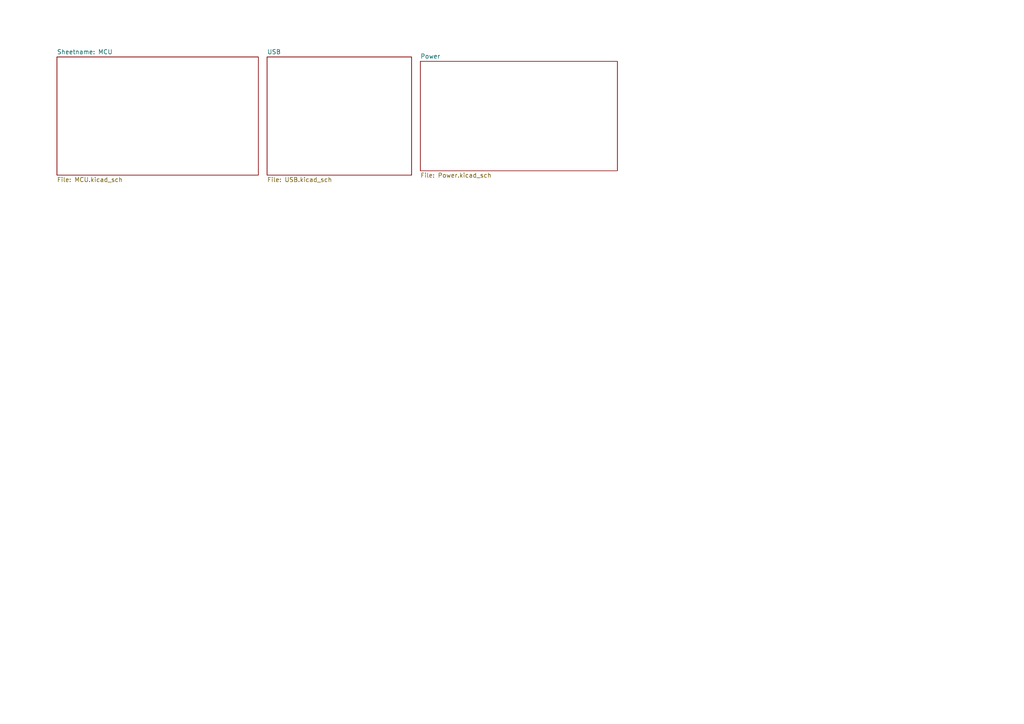
<source format=kicad_sch>
(kicad_sch
	(version 20231120)
	(generator "eeschema")
	(generator_version "8.0")
	(uuid "8d55e1d9-c63a-477f-a233-550d445a056c")
	(paper "A4")
	(lib_symbols)
	(sheet
		(at 16.51 16.51)
		(size 58.42 34.29)
		(fields_autoplaced yes)
		(stroke
			(width 0.1524)
			(type solid)
		)
		(fill
			(color 0 0 0 0.0000)
		)
		(uuid "625f271d-fb35-4df7-9cdc-fed702e9fd29")
		(property "Sheetname" "MCU"
			(at 16.51 15.7984 0)
			(show_name yes)
			(effects
				(font
					(size 1.27 1.27)
				)
				(justify left bottom)
			)
		)
		(property "Sheetfile" "MCU.kicad_sch"
			(at 16.51 51.3846 0)
			(effects
				(font
					(size 1.27 1.27)
				)
				(justify left top)
			)
		)
		(instances
			(project "PnP_Mother_Board"
				(path "/8d55e1d9-c63a-477f-a233-550d445a056c"
					(page "2")
				)
			)
		)
	)
	(sheet
		(at 77.47 16.51)
		(size 41.91 34.29)
		(fields_autoplaced yes)
		(stroke
			(width 0.1524)
			(type solid)
		)
		(fill
			(color 0 0 0 0.0000)
		)
		(uuid "6698496e-9586-41a9-9ab1-9e2b23ef25f6")
		(property "Sheetname" "USB"
			(at 77.47 15.7984 0)
			(effects
				(font
					(size 1.27 1.27)
				)
				(justify left bottom)
			)
		)
		(property "Sheetfile" "USB.kicad_sch"
			(at 77.47 51.3846 0)
			(effects
				(font
					(size 1.27 1.27)
				)
				(justify left top)
			)
		)
		(instances
			(project "PnP_Mother_Board"
				(path "/8d55e1d9-c63a-477f-a233-550d445a056c"
					(page "3")
				)
			)
		)
	)
	(sheet
		(at 121.92 17.78)
		(size 57.15 31.75)
		(fields_autoplaced yes)
		(stroke
			(width 0.1524)
			(type solid)
		)
		(fill
			(color 0 0 0 0.0000)
		)
		(uuid "d5060530-c881-4594-a818-d65d6e405ed6")
		(property "Sheetname" "Power"
			(at 121.92 17.0684 0)
			(effects
				(font
					(size 1.27 1.27)
				)
				(justify left bottom)
			)
		)
		(property "Sheetfile" "Power.kicad_sch"
			(at 121.92 50.1146 0)
			(effects
				(font
					(size 1.27 1.27)
				)
				(justify left top)
			)
		)
		(instances
			(project "PnP_Mother_Board"
				(path "/8d55e1d9-c63a-477f-a233-550d445a056c"
					(page "6")
				)
			)
		)
	)
	(sheet_instances
		(path "/"
			(page "1")
		)
	)
)

</source>
